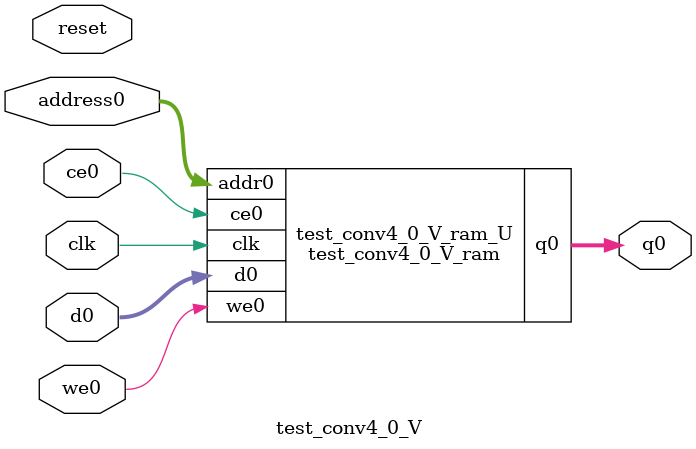
<source format=v>
`timescale 1 ns / 1 ps
module test_conv4_0_V_ram (addr0, ce0, d0, we0, q0,  clk);

parameter DWIDTH = 16;
parameter AWIDTH = 16;
parameter MEM_SIZE = 51200;

input[AWIDTH-1:0] addr0;
input ce0;
input[DWIDTH-1:0] d0;
input we0;
output reg[DWIDTH-1:0] q0;
input clk;

(* ram_style = "block" *)reg [DWIDTH-1:0] ram[0:MEM_SIZE-1];




always @(posedge clk)  
begin 
    if (ce0) begin
        if (we0) 
            ram[addr0] <= d0; 
        q0 <= ram[addr0];
    end
end


endmodule

`timescale 1 ns / 1 ps
module test_conv4_0_V(
    reset,
    clk,
    address0,
    ce0,
    we0,
    d0,
    q0);

parameter DataWidth = 32'd16;
parameter AddressRange = 32'd51200;
parameter AddressWidth = 32'd16;
input reset;
input clk;
input[AddressWidth - 1:0] address0;
input ce0;
input we0;
input[DataWidth - 1:0] d0;
output[DataWidth - 1:0] q0;



test_conv4_0_V_ram test_conv4_0_V_ram_U(
    .clk( clk ),
    .addr0( address0 ),
    .ce0( ce0 ),
    .we0( we0 ),
    .d0( d0 ),
    .q0( q0 ));

endmodule


</source>
